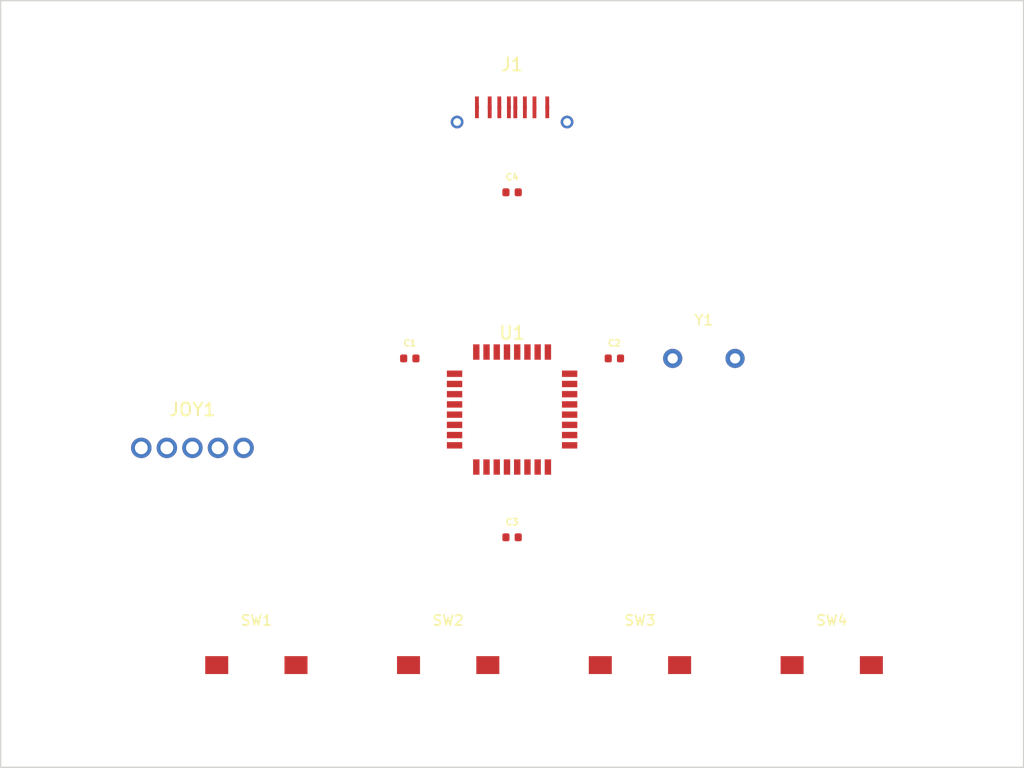
<source format=kicad_pcb>
(kicad_pcb (version 20240108) (generator "kicad-tools-demo") (generator_version "8.0")
  (layers (0 "F.Cu" signal) (31 "B.Cu" signal) (34 "B.Paste" user) (35 "F.Paste" user) (36 "B.SilkS" user "B.Silkscreen") (37 "F.SilkS" user "F.Silkscreen") (38 "B.Mask" user) (39 "F.Mask" user) (44 "Edge.Cuts" user))
  (net 0 "")
  (net 1 "VBUS")
  (net 2 "VCC")
  (net 3 "GND")
  (net 4 "USB_D+")
  (net 5 "USB_D-")
  (net 6 "USB_CC1")
  (net 7 "USB_CC2")
  (net 8 "JOY_X")
  (net 9 "JOY_Y")
  (net 10 "JOY_BTN")
  (net 11 "BTN1")
  (net 12 "BTN2")
  (net 13 "BTN3")
  (net 14 "BTN4")
  (net 15 "XTAL1")
  (net 16 "XTAL2")
  (gr_rect (start 100.0 100.0) (end 180.0 160.0) (stroke (width 0.1)) (fill none) (layer "Edge.Cuts"))
  (footprint "Package_QFP:TQFP-32_7x7mm_P0.8mm" (layer "F.Cu") (at 140.0 132.0)
    (fp_text reference "U1" (at 0 -6) (layer "F.SilkS"))
    (fp_text value "MCU")
    (pad "1" smd rect (at -4.500 -2.800) (size 1.2 0.5) (layers "F.Cu" "F.Paste" "F.Mask") (net 3 "GND"))
    (pad "2" smd rect (at -4.500 -2.000) (size 1.2 0.5) (layers "F.Cu" "F.Paste" "F.Mask") (net 5 "USB_D-"))
    (pad "3" smd rect (at -4.500 -1.200) (size 1.2 0.5) (layers "F.Cu" "F.Paste" "F.Mask") (net 4 "USB_D+"))
    (pad "4" smd rect (at -4.500 -0.400) (size 1.2 0.5) (layers "F.Cu" "F.Paste" "F.Mask") (net 2 "VCC"))
    (pad "5" smd rect (at -4.500 0.400) (size 1.2 0.5) (layers "F.Cu" "F.Paste" "F.Mask") (net 15 "XTAL1"))
    (pad "6" smd rect (at -4.500 1.200) (size 1.2 0.5) (layers "F.Cu" "F.Paste" "F.Mask") (net 16 "XTAL2"))
    (pad "7" smd rect (at -4.500 2.000) (size 1.2 0.5) (layers "F.Cu" "F.Paste" "F.Mask") (net 3 "GND"))
    (pad "8" smd rect (at -4.500 2.800) (size 1.2 0.5) (layers "F.Cu" "F.Paste" "F.Mask") (net 2 "VCC"))
    (pad "9" smd rect (at -2.800 4.500) (size 0.5 1.2) (layers "F.Cu" "F.Paste" "F.Mask") (net 8 "JOY_X"))
    (pad "10" smd rect (at -2.000 4.500) (size 0.5 1.2) (layers "F.Cu" "F.Paste" "F.Mask") (net 9 "JOY_Y"))
    (pad "11" smd rect (at -1.200 4.500) (size 0.5 1.2) (layers "F.Cu" "F.Paste" "F.Mask") (net 10 "JOY_BTN"))
    (pad "12" smd rect (at -0.400 4.500) (size 0.5 1.2) (layers "F.Cu" "F.Paste" "F.Mask") (net 11 "BTN1"))
    (pad "13" smd rect (at 0.400 4.500) (size 0.5 1.2) (layers "F.Cu" "F.Paste" "F.Mask") (net 12 "BTN2"))
    (pad "14" smd rect (at 1.200 4.500) (size 0.5 1.2) (layers "F.Cu" "F.Paste" "F.Mask") (net 13 "BTN3"))
    (pad "15" smd rect (at 2.000 4.500) (size 0.5 1.2) (layers "F.Cu" "F.Paste" "F.Mask") (net 14 "BTN4"))
    (pad "16" smd rect (at 2.800 4.500) (size 0.5 1.2) (layers "F.Cu" "F.Paste" "F.Mask") (net 3 "GND"))
    (pad "17" smd rect (at 4.500 -2.800) (size 1.2 0.5) (layers "F.Cu" "F.Paste" "F.Mask") (net 2 "VCC"))
    (pad "18" smd rect (at 4.500 -2.000) (size 1.2 0.5) (layers "F.Cu" "F.Paste" "F.Mask"))
    (pad "19" smd rect (at 4.500 -1.200) (size 1.2 0.5) (layers "F.Cu" "F.Paste" "F.Mask"))
    (pad "20" smd rect (at 4.500 -0.400) (size 1.2 0.5) (layers "F.Cu" "F.Paste" "F.Mask"))
    (pad "21" smd rect (at 4.500 0.400) (size 1.2 0.5) (layers "F.Cu" "F.Paste" "F.Mask"))
    (pad "22" smd rect (at 4.500 1.200) (size 1.2 0.5) (layers "F.Cu" "F.Paste" "F.Mask"))
    (pad "23" smd rect (at 4.500 2.000) (size 1.2 0.5) (layers "F.Cu" "F.Paste" "F.Mask") (net 3 "GND"))
    (pad "24" smd rect (at 4.500 2.800) (size 1.2 0.5) (layers "F.Cu" "F.Paste" "F.Mask") (net 2 "VCC"))
    (pad "25" smd rect (at 2.800 -4.500) (size 0.5 1.2) (layers "F.Cu" "F.Paste" "F.Mask"))
    (pad "26" smd rect (at 2.000 -4.500) (size 0.5 1.2) (layers "F.Cu" "F.Paste" "F.Mask"))
    (pad "27" smd rect (at 1.200 -4.500) (size 0.5 1.2) (layers "F.Cu" "F.Paste" "F.Mask"))
    (pad "28" smd rect (at 0.400 -4.500) (size 0.5 1.2) (layers "F.Cu" "F.Paste" "F.Mask"))
    (pad "29" smd rect (at -0.400 -4.500) (size 0.5 1.2) (layers "F.Cu" "F.Paste" "F.Mask") (net 1 "VBUS"))
    (pad "30" smd rect (at -1.200 -4.500) (size 0.5 1.2) (layers "F.Cu" "F.Paste" "F.Mask") (net 6 "USB_CC1"))
    (pad "31" smd rect (at -2.000 -4.500) (size 0.5 1.2) (layers "F.Cu" "F.Paste" "F.Mask") (net 7 "USB_CC2"))
    (pad "32" smd rect (at -2.800 -4.500) (size 0.5 1.2) (layers "F.Cu" "F.Paste" "F.Mask") (net 3 "GND"))
  )
  (footprint "Connector_USB:USB_C_Receptacle_GCT_USB4105" (layer "F.Cu") (at 140.0 108.0)
    (fp_text reference "J1" (at 0 -3) (layer "F.SilkS"))
    (fp_text value "USB-C")
    (pad "A1" smd rect (at -2.75 0.00) (size 0.3 1.0) (layers "F.Cu" "F.Paste" "F.Mask") (net 3 "GND"))
    (pad "A4" smd rect (at -1.75 0.00) (size 0.3 1.0) (layers "F.Cu" "F.Paste" "F.Mask") (net 1 "VBUS"))
    (pad "A5" smd rect (at -1.00 0.00) (size 0.3 1.0) (layers "F.Cu" "F.Paste" "F.Mask") (net 6 "USB_CC1"))
    (pad "A6" smd rect (at -0.25 0.00) (size 0.3 1.0) (layers "F.Cu" "F.Paste" "F.Mask") (net 4 "USB_D+"))
    (pad "A7" smd rect (at 0.25 0.00) (size 0.3 1.0) (layers "F.Cu" "F.Paste" "F.Mask") (net 5 "USB_D-"))
    (pad "A8" smd rect (at 1.00 0.00) (size 0.3 1.0) (layers "F.Cu" "F.Paste" "F.Mask"))
    (pad "A9" smd rect (at 1.75 0.00) (size 0.3 1.0) (layers "F.Cu" "F.Paste" "F.Mask") (net 1 "VBUS"))
    (pad "A12" smd rect (at 2.75 0.00) (size 0.3 1.0) (layers "F.Cu" "F.Paste" "F.Mask") (net 3 "GND"))
    (pad "B1" smd rect (at 2.75 0.70) (size 0.3 1.0) (layers "F.Cu" "F.Paste" "F.Mask") (net 3 "GND"))
    (pad "B4" smd rect (at 1.75 0.70) (size 0.3 1.0) (layers "F.Cu" "F.Paste" "F.Mask") (net 1 "VBUS"))
    (pad "B5" smd rect (at 1.00 0.70) (size 0.3 1.0) (layers "F.Cu" "F.Paste" "F.Mask") (net 7 "USB_CC2"))
    (pad "B6" smd rect (at 0.25 0.70) (size 0.3 1.0) (layers "F.Cu" "F.Paste" "F.Mask") (net 4 "USB_D+"))
    (pad "B7" smd rect (at -0.25 0.70) (size 0.3 1.0) (layers "F.Cu" "F.Paste" "F.Mask") (net 5 "USB_D-"))
    (pad "B8" smd rect (at -1.00 0.70) (size 0.3 1.0) (layers "F.Cu" "F.Paste" "F.Mask"))
    (pad "B9" smd rect (at -1.75 0.70) (size 0.3 1.0) (layers "F.Cu" "F.Paste" "F.Mask") (net 1 "VBUS"))
    (pad "B12" smd rect (at -2.75 0.70) (size 0.3 1.0) (layers "F.Cu" "F.Paste" "F.Mask") (net 3 "GND"))
    (pad "S1" thru_hole circle (at -4.3 1.5) (size 1.0 1.0) (drill 0.6) (layers "*.Cu" "*.Mask") (net 3 "GND"))
    (pad "S2" thru_hole circle (at 4.3 1.5) (size 1.0 1.0) (drill 0.6) (layers "*.Cu" "*.Mask") (net 3 "GND"))
  )
  (footprint "Module:Joystick_Analog" (layer "F.Cu") (at 115.0 135.0)
    (fp_text reference "JOY1" (at 0 -3) (layer "F.SilkS"))
    (fp_text value "Joystick")
    (pad "1" thru_hole circle (at -4 0) (size 1.6 1.6) (drill 1.0) (layers "*.Cu" "*.Mask") (net 3 "GND"))
    (pad "2" thru_hole circle (at -2 0) (size 1.6 1.6) (drill 1.0) (layers "*.Cu" "*.Mask") (net 2 "VCC"))
    (pad "3" thru_hole circle (at 0 0) (size 1.6 1.6) (drill 1.0) (layers "*.Cu" "*.Mask") (net 8 "JOY_X"))
    (pad "4" thru_hole circle (at 2 0) (size 1.6 1.6) (drill 1.0) (layers "*.Cu" "*.Mask") (net 9 "JOY_Y"))
    (pad "5" thru_hole circle (at 4 0) (size 1.6 1.6) (drill 1.0) (layers "*.Cu" "*.Mask") (net 10 "JOY_BTN"))
  )
  (footprint "Crystal:Crystal_HC49-U_Vertical" (layer "F.Cu") (at 155.0 128.0)
    (fp_text reference "Y1" (at 0 -3) (layer "F.SilkS") (effects (font (size 0.8 0.8) (thickness 0.12))))
    (fp_text value "16MHz")
    (pad "1" thru_hole circle (at -2.44 0) (size 1.5 1.5) (drill 0.8) (layers "*.Cu" "*.Mask") (net 15 "XTAL1"))
    (pad "2" thru_hole circle (at 2.44 0) (size 1.5 1.5) (drill 0.8) (layers "*.Cu" "*.Mask") (net 16 "XTAL2"))
  )
  (footprint "Button_Switch_SMD:SW_SPST_TL3342" (layer "F.Cu") (at 120.0 152.0)
    (fp_text reference "SW1" (at 0 -3.5) (layer "F.SilkS") (effects (font (size 0.8 0.8) (thickness 0.12))))
    (fp_text value "Button")
    (pad "1" smd rect (at -3.1 0) (size 1.8 1.4) (layers "F.Cu" "F.Paste" "F.Mask") (net 11 "BTN1"))
    (pad "2" smd rect (at 3.1 0) (size 1.8 1.4) (layers "F.Cu" "F.Paste" "F.Mask") (net 3 "GND"))
  )
  (footprint "Button_Switch_SMD:SW_SPST_TL3342" (layer "F.Cu") (at 135.0 152.0)
    (fp_text reference "SW2" (at 0 -3.5) (layer "F.SilkS") (effects (font (size 0.8 0.8) (thickness 0.12))))
    (fp_text value "Button")
    (pad "1" smd rect (at -3.1 0) (size 1.8 1.4) (layers "F.Cu" "F.Paste" "F.Mask") (net 12 "BTN2"))
    (pad "2" smd rect (at 3.1 0) (size 1.8 1.4) (layers "F.Cu" "F.Paste" "F.Mask") (net 3 "GND"))
  )
  (footprint "Button_Switch_SMD:SW_SPST_TL3342" (layer "F.Cu") (at 150.0 152.0)
    (fp_text reference "SW3" (at 0 -3.5) (layer "F.SilkS") (effects (font (size 0.8 0.8) (thickness 0.12))))
    (fp_text value "Button")
    (pad "1" smd rect (at -3.1 0) (size 1.8 1.4) (layers "F.Cu" "F.Paste" "F.Mask") (net 13 "BTN3"))
    (pad "2" smd rect (at 3.1 0) (size 1.8 1.4) (layers "F.Cu" "F.Paste" "F.Mask") (net 3 "GND"))
  )
  (footprint "Button_Switch_SMD:SW_SPST_TL3342" (layer "F.Cu") (at 165.0 152.0)
    (fp_text reference "SW4" (at 0 -3.5) (layer "F.SilkS") (effects (font (size 0.8 0.8) (thickness 0.12))))
    (fp_text value "Button")
    (pad "1" smd rect (at -3.1 0) (size 1.8 1.4) (layers "F.Cu" "F.Paste" "F.Mask") (net 14 "BTN4"))
    (pad "2" smd rect (at 3.1 0) (size 1.8 1.4) (layers "F.Cu" "F.Paste" "F.Mask") (net 3 "GND"))
  )
  (footprint "Capacitor_SMD:C_0402_1005Metric" (layer "F.Cu") (at 132.0 128.0)
    (fp_text reference "C1" (at 0 -1.2) (layer "F.SilkS") (effects (font (size 0.5 0.5) (thickness 0.1))))
    (fp_text value "100nF")
    (pad "1" smd roundrect (at -0.48 0) (size 0.56 0.62) (layers "F.Cu" "F.Paste" "F.Mask") (net 2 "VCC"))
    (pad "2" smd roundrect (at 0.48 0) (size 0.56 0.62) (layers "F.Cu" "F.Paste" "F.Mask") (net 3 "GND"))
  )
  (footprint "Capacitor_SMD:C_0402_1005Metric" (layer "F.Cu") (at 148.0 128.0)
    (fp_text reference "C2" (at 0 -1.2) (layer "F.SilkS") (effects (font (size 0.5 0.5) (thickness 0.1))))
    (fp_text value "100nF")
    (pad "1" smd roundrect (at -0.48 0) (size 0.56 0.62) (layers "F.Cu" "F.Paste" "F.Mask") (net 2 "VCC"))
    (pad "2" smd roundrect (at 0.48 0) (size 0.56 0.62) (layers "F.Cu" "F.Paste" "F.Mask") (net 3 "GND"))
  )
  (footprint "Capacitor_SMD:C_0402_1005Metric" (layer "F.Cu") (at 140.0 142.0)
    (fp_text reference "C3" (at 0 -1.2) (layer "F.SilkS") (effects (font (size 0.5 0.5) (thickness 0.1))))
    (fp_text value "100nF")
    (pad "1" smd roundrect (at -0.48 0) (size 0.56 0.62) (layers "F.Cu" "F.Paste" "F.Mask") (net 2 "VCC"))
    (pad "2" smd roundrect (at 0.48 0) (size 0.56 0.62) (layers "F.Cu" "F.Paste" "F.Mask") (net 3 "GND"))
  )
  (footprint "Capacitor_SMD:C_0402_1005Metric" (layer "F.Cu") (at 140.0 115.0)
    (fp_text reference "C4" (at 0 -1.2) (layer "F.SilkS") (effects (font (size 0.5 0.5) (thickness 0.1))))
    (fp_text value "100nF")
    (pad "1" smd roundrect (at -0.48 0) (size 0.56 0.62) (layers "F.Cu" "F.Paste" "F.Mask") (net 1 "VBUS"))
    (pad "2" smd roundrect (at 0.48 0) (size 0.56 0.62) (layers "F.Cu" "F.Paste" "F.Mask") (net 3 "GND"))
  )
)
</source>
